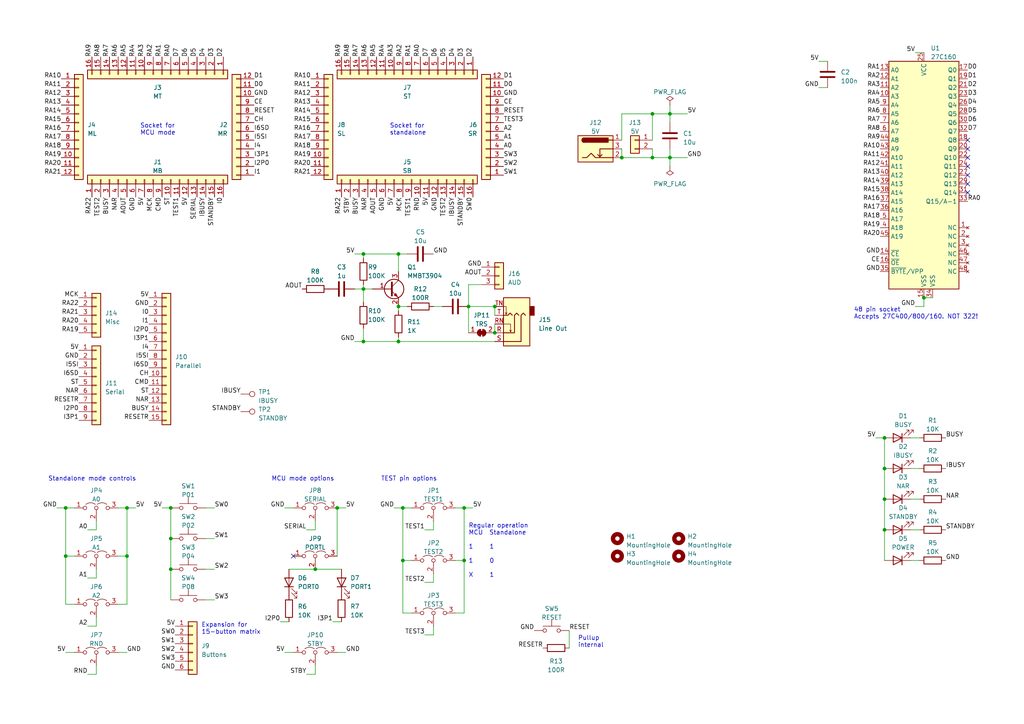
<source format=kicad_sch>
(kicad_sch (version 20230121) (generator eeschema)
  (paper "A4")
  (lib_symbols
    (symbol "Connector:Barrel_Jack_Switch" (pin_names hide)
      (property "Reference" "J" (at 0 5.334 0))
      (property "Value" "Barrel_Jack_Switch" (at 0 -5.08 0))
      (symbol "Barrel_Jack_Switch_1_1"
        (pin passive line (at 7.62 2.54 180) (length 2.54) (name "~") (number "1"))
        (pin passive line (at 7.62 -2.54 180) (length 2.54) (name "~") (number "2"))
        (pin passive line (at 7.62 0 180) (length 2.54) (name "~") (number "3"))
      )
    )
    (symbol "Connector:TestPoint" (pin_numbers hide) (pin_names (offset 0.762) hide)
      (property "Reference" "TP" (at 0 6.858 0))
      (property "Value" "TestPoint" (at 0 5.08 0))
      (symbol "TestPoint_1_1"
        (pin passive line (at 0 0 90) (length 2.54) (name "1") (number "1"))
      )
    )
    (symbol "Connector_Audio:AudioJack3_SwitchTR"
      (property "Reference" "J" (at 0 8.89 0))
      (property "Value" "AudioJack3_SwitchTR" (at 0 6.35 0))
      (symbol "AudioJack3_SwitchTR_1_1"
        (pin passive line (at 5.08 0 180) (length 2.54) (name "~") (number "R"))
        (pin passive line (at 5.08 -2.54 180) (length 2.54) (name "~") (number "RN"))
        (pin passive line (at 5.08 2.54 180) (length 2.54) (name "~") (number "S"))
        (pin passive line (at 5.08 -5.08 180) (length 2.54) (name "~") (number "T"))
        (pin passive line (at 5.08 -7.62 180) (length 2.54) (name "~") (number "TN"))
      )
    )
    (symbol "Connector_Generic:Conn_01x02" (pin_names (offset 1.016) hide)
      (property "Reference" "J" (at 0 2.54 0))
      (property "Value" "Conn_01x02" (at 0 -5.08 0))
      (symbol "Conn_01x02_1_1"
        (pin passive line (at -5.08 0 0) (length 3.81) (name "Pin_1") (number "1"))
        (pin passive line (at -5.08 -2.54 0) (length 3.81) (name "Pin_2") (number "2"))
      )
    )
    (symbol "Connector_Generic:Conn_01x03" (pin_names (offset 1.016) hide)
      (property "Reference" "J" (at 0 5.08 0))
      (property "Value" "Conn_01x03" (at 0 -5.08 0))
      (symbol "Conn_01x03_1_1"
        (pin passive line (at -5.08 2.54 0) (length 3.81) (name "Pin_1") (number "1"))
        (pin passive line (at -5.08 0 0) (length 3.81) (name "Pin_2") (number "2"))
        (pin passive line (at -5.08 -2.54 0) (length 3.81) (name "Pin_3") (number "3"))
      )
    )
    (symbol "Connector_Generic:Conn_01x05" (pin_names (offset 1.016) hide)
      (property "Reference" "J" (at 0 7.62 0))
      (property "Value" "Conn_01x05" (at 0 -7.62 0))
      (symbol "Conn_01x05_1_1"
        (pin passive line (at -5.08 5.08 0) (length 3.81) (name "Pin_1") (number "1"))
        (pin passive line (at -5.08 2.54 0) (length 3.81) (name "Pin_2") (number "2"))
        (pin passive line (at -5.08 0 0) (length 3.81) (name "Pin_3") (number "3"))
        (pin passive line (at -5.08 -2.54 0) (length 3.81) (name "Pin_4") (number "4"))
        (pin passive line (at -5.08 -5.08 0) (length 3.81) (name "Pin_5") (number "5"))
      )
    )
    (symbol "Connector_Generic:Conn_01x06" (pin_names (offset 1.016) hide)
      (property "Reference" "J" (at 0 7.62 0))
      (property "Value" "Conn_01x06" (at 0 -10.16 0))
      (symbol "Conn_01x06_1_1"
        (pin passive line (at -5.08 5.08 0) (length 3.81) (name "Pin_1") (number "1"))
        (pin passive line (at -5.08 2.54 0) (length 3.81) (name "Pin_2") (number "2"))
        (pin passive line (at -5.08 0 0) (length 3.81) (name "Pin_3") (number "3"))
        (pin passive line (at -5.08 -2.54 0) (length 3.81) (name "Pin_4") (number "4"))
        (pin passive line (at -5.08 -5.08 0) (length 3.81) (name "Pin_5") (number "5"))
        (pin passive line (at -5.08 -7.62 0) (length 3.81) (name "Pin_6") (number "6"))
      )
    )
    (symbol "Connector_Generic:Conn_01x09" (pin_names (offset 1.016) hide)
      (property "Reference" "J" (at 0 12.7 0))
      (property "Value" "Conn_01x09" (at 0 -12.7 0))
      (symbol "Conn_01x09_1_1"
        (pin passive line (at -5.08 10.16 0) (length 3.81) (name "Pin_1") (number "1"))
        (pin passive line (at -5.08 7.62 0) (length 3.81) (name "Pin_2") (number "2"))
        (pin passive line (at -5.08 5.08 0) (length 3.81) (name "Pin_3") (number "3"))
        (pin passive line (at -5.08 2.54 0) (length 3.81) (name "Pin_4") (number "4"))
        (pin passive line (at -5.08 0 0) (length 3.81) (name "Pin_5") (number "5"))
        (pin passive line (at -5.08 -2.54 0) (length 3.81) (name "Pin_6") (number "6"))
        (pin passive line (at -5.08 -5.08 0) (length 3.81) (name "Pin_7") (number "7"))
        (pin passive line (at -5.08 -7.62 0) (length 3.81) (name "Pin_8") (number "8"))
        (pin passive line (at -5.08 -10.16 0) (length 3.81) (name "Pin_9") (number "9"))
      )
    )
    (symbol "Connector_Generic:Conn_01x12" (pin_names (offset 1.016) hide)
      (property "Reference" "J" (at 0 15.24 0))
      (property "Value" "Conn_01x12" (at 0 -17.78 0))
      (symbol "Conn_01x12_1_1"
        (pin passive line (at -5.08 12.7 0) (length 3.81) (name "Pin_1") (number "1"))
        (pin passive line (at -5.08 -10.16 0) (length 3.81) (name "Pin_10") (number "10"))
        (pin passive line (at -5.08 -12.7 0) (length 3.81) (name "Pin_11") (number "11"))
        (pin passive line (at -5.08 -15.24 0) (length 3.81) (name "Pin_12") (number "12"))
        (pin passive line (at -5.08 10.16 0) (length 3.81) (name "Pin_2") (number "2"))
        (pin passive line (at -5.08 7.62 0) (length 3.81) (name "Pin_3") (number "3"))
        (pin passive line (at -5.08 5.08 0) (length 3.81) (name "Pin_4") (number "4"))
        (pin passive line (at -5.08 2.54 0) (length 3.81) (name "Pin_5") (number "5"))
        (pin passive line (at -5.08 0 0) (length 3.81) (name "Pin_6") (number "6"))
        (pin passive line (at -5.08 -2.54 0) (length 3.81) (name "Pin_7") (number "7"))
        (pin passive line (at -5.08 -5.08 0) (length 3.81) (name "Pin_8") (number "8"))
        (pin passive line (at -5.08 -7.62 0) (length 3.81) (name "Pin_9") (number "9"))
      )
    )
    (symbol "Connector_Generic:Conn_01x15" (pin_names (offset 1.016) hide)
      (property "Reference" "J" (at 0 20.32 0))
      (property "Value" "Conn_01x15" (at 0 -20.32 0))
      (symbol "Conn_01x15_1_1"
        (pin passive line (at -5.08 17.78 0) (length 3.81) (name "Pin_1") (number "1"))
        (pin passive line (at -5.08 -5.08 0) (length 3.81) (name "Pin_10") (number "10"))
        (pin passive line (at -5.08 -7.62 0) (length 3.81) (name "Pin_11") (number "11"))
        (pin passive line (at -5.08 -10.16 0) (length 3.81) (name "Pin_12") (number "12"))
        (pin passive line (at -5.08 -12.7 0) (length 3.81) (name "Pin_13") (number "13"))
        (pin passive line (at -5.08 -15.24 0) (length 3.81) (name "Pin_14") (number "14"))
        (pin passive line (at -5.08 -17.78 0) (length 3.81) (name "Pin_15") (number "15"))
        (pin passive line (at -5.08 15.24 0) (length 3.81) (name "Pin_2") (number "2"))
        (pin passive line (at -5.08 12.7 0) (length 3.81) (name "Pin_3") (number "3"))
        (pin passive line (at -5.08 10.16 0) (length 3.81) (name "Pin_4") (number "4"))
        (pin passive line (at -5.08 7.62 0) (length 3.81) (name "Pin_5") (number "5"))
        (pin passive line (at -5.08 5.08 0) (length 3.81) (name "Pin_6") (number "6"))
        (pin passive line (at -5.08 2.54 0) (length 3.81) (name "Pin_7") (number "7"))
        (pin passive line (at -5.08 0 0) (length 3.81) (name "Pin_8") (number "8"))
        (pin passive line (at -5.08 -2.54 0) (length 3.81) (name "Pin_9") (number "9"))
      )
    )
    (symbol "Connector_Generic:Conn_01x16" (pin_names (offset 1.016) hide)
      (property "Reference" "J" (at 0 20.32 0))
      (property "Value" "Conn_01x16" (at 0 -22.86 0))
      (symbol "Conn_01x16_1_1"
        (pin passive line (at -5.08 17.78 0) (length 3.81) (name "Pin_1") (number "1"))
        (pin passive line (at -5.08 -5.08 0) (length 3.81) (name "Pin_10") (number "10"))
        (pin passive line (at -5.08 -7.62 0) (length 3.81) (name "Pin_11") (number "11"))
        (pin passive line (at -5.08 -10.16 0) (length 3.81) (name "Pin_12") (number "12"))
        (pin passive line (at -5.08 -12.7 0) (length 3.81) (name "Pin_13") (number "13"))
        (pin passive line (at -5.08 -15.24 0) (length 3.81) (name "Pin_14") (number "14"))
        (pin passive line (at -5.08 -17.78 0) (length 3.81) (name "Pin_15") (number "15"))
        (pin passive line (at -5.08 -20.32 0) (length 3.81) (name "Pin_16") (number "16"))
        (pin passive line (at -5.08 15.24 0) (length 3.81) (name "Pin_2") (number "2"))
        (pin passive line (at -5.08 12.7 0) (length 3.81) (name "Pin_3") (number "3"))
        (pin passive line (at -5.08 10.16 0) (length 3.81) (name "Pin_4") (number "4"))
        (pin passive line (at -5.08 7.62 0) (length 3.81) (name "Pin_5") (number "5"))
        (pin passive line (at -5.08 5.08 0) (length 3.81) (name "Pin_6") (number "6"))
        (pin passive line (at -5.08 2.54 0) (length 3.81) (name "Pin_7") (number "7"))
        (pin passive line (at -5.08 0 0) (length 3.81) (name "Pin_8") (number "8"))
        (pin passive line (at -5.08 -2.54 0) (length 3.81) (name "Pin_9") (number "9"))
      )
    )
    (symbol "Device:C" (pin_numbers hide) (pin_names (offset 0.254))
      (property "Reference" "C" (at 0.635 2.54 0))
      (property "Value" "C" (at 0.635 -2.54 0))
      (symbol "C_1_1"
        (pin passive line (at 0 3.81 270) (length 2.794) (name "~") (number "1"))
        (pin passive line (at 0 -3.81 90) (length 2.794) (name "~") (number "2"))
      )
    )
    (symbol "Device:LED" (pin_numbers hide) (pin_names (offset 1.016) hide)
      (property "Reference" "D" (at 0 2.54 0))
      (property "Value" "LED" (at 0 -2.54 0))
      (symbol "LED_1_1"
        (pin passive line (at -3.81 0 0) (length 2.54) (name "K") (number "1"))
        (pin passive line (at 3.81 0 180) (length 2.54) (name "A") (number "2"))
      )
    )
    (symbol "Device:R" (pin_numbers hide) (pin_names (offset 0))
      (property "Reference" "R" (at 2.032 0 90))
      (property "Value" "R" (at 0 0 90))
      (symbol "R_1_1"
        (pin passive line (at 0 3.81 270) (length 1.27) (name "~") (number "1"))
        (pin passive line (at 0 -3.81 90) (length 1.27) (name "~") (number "2"))
      )
    )
    (symbol "Jumper:Jumper_3_Open" (pin_names (offset 0) hide)
      (property "Reference" "JP" (at -2.54 -2.54 0))
      (property "Value" "Jumper_3_Open" (at 0 2.794 0))
      (symbol "Jumper_3_Open_1_1"
        (pin passive line (at -6.35 0 0) (length 2.54) (name "A") (number "1"))
        (pin passive line (at 0 -3.81 90) (length 2.54) (name "C") (number "2"))
        (pin passive line (at 6.35 0 180) (length 2.54) (name "B") (number "3"))
      )
    )
    (symbol "Jumper:SolderJumper_2_Bridged" (pin_names (offset 0) hide)
      (property "Reference" "JP" (at 0 2.032 0))
      (property "Value" "SolderJumper_2_Bridged" (at 0 -2.54 0))
      (symbol "SolderJumper_2_Bridged_1_1"
        (pin passive line (at -3.81 0 0) (length 2.54) (name "A") (number "1"))
        (pin passive line (at 3.81 0 180) (length 2.54) (name "B") (number "2"))
      )
    )
    (symbol "M6650_parts:27C160-Socket48"
      (property "Reference" "U" (at -10.16 34.29 0))
      (property "Value" "27C160-Socket48" (at 10.16 34.29 0))
      (symbol "27C160-Socket48_1_1"
        (pin no_connect line (at 12.7 -15.24 180) (length 2.54) (name "NC") (number "1"))
        (pin input line (at -12.7 22.86 0) (length 2.54) (name "A3") (number "10"))
        (pin input line (at -12.7 25.4 0) (length 2.54) (name "A2") (number "11"))
        (pin input line (at -12.7 27.94 0) (length 2.54) (name "A1") (number "12"))
        (pin input line (at -12.7 30.48 0) (length 2.54) (name "A0") (number "13"))
        (pin input line (at -12.7 -22.86 0) (length 2.54) (name "~{CE}") (number "14"))
        (pin power_in line (at 0 -35.56 90) (length 2.54) (name "VSS") (number "15"))
        (pin input line (at -12.7 -25.4 0) (length 2.54) (name "~{OE}") (number "16"))
        (pin tri_state line (at 12.7 30.48 180) (length 2.54) (name "Q0") (number "17"))
        (pin tri_state line (at 12.7 10.16 180) (length 2.54) (name "Q8") (number "18"))
        (pin tri_state line (at 12.7 27.94 180) (length 2.54) (name "Q1") (number "19"))
        (pin no_connect line (at 12.7 -17.78 180) (length 2.54) (name "NC") (number "2"))
        (pin tri_state line (at 12.7 7.62 180) (length 2.54) (name "Q9") (number "20"))
        (pin tri_state line (at 12.7 25.4 180) (length 2.54) (name "Q2") (number "21"))
        (pin tri_state line (at 12.7 5.08 180) (length 2.54) (name "Q10") (number "22"))
        (pin tri_state line (at 12.7 22.86 180) (length 2.54) (name "Q3") (number "23"))
        (pin tri_state line (at 12.7 2.54 180) (length 2.54) (name "Q11") (number "24"))
        (pin power_in line (at 0 35.56 270) (length 2.54) (name "VCC") (number "25"))
        (pin tri_state line (at 12.7 20.32 180) (length 2.54) (name "Q4") (number "26"))
        (pin tri_state line (at 12.7 0 180) (length 2.54) (name "Q12") (number "27"))
        (pin tri_state line (at 12.7 17.78 180) (length 2.54) (name "Q5") (number "28"))
        (pin tri_state line (at 12.7 -2.54 180) (length 2.54) (name "Q13") (number "29"))
        (pin no_connect line (at 12.7 -20.32 180) (length 2.54) (name "NC") (number "3"))
        (pin tri_state line (at 12.7 15.24 180) (length 2.54) (name "Q6") (number "30"))
        (pin tri_state line (at 12.7 -5.08 180) (length 2.54) (name "Q14") (number "31"))
        (pin tri_state line (at 12.7 12.7 180) (length 2.54) (name "Q7") (number "32"))
        (pin tri_state line (at 12.7 -7.62 180) (length 2.54) (name "Q15/A-1") (number "33"))
        (pin power_in line (at 2.54 -35.56 90) (length 2.54) (name "VSS") (number "34"))
        (pin input line (at -12.7 -27.94 0) (length 2.54) (name "~{BYTE}/VPP") (number "35"))
        (pin input line (at -12.7 -10.16 0) (length 2.54) (name "A16") (number "36"))
        (pin input line (at -12.7 -7.62 0) (length 2.54) (name "A15") (number "37"))
        (pin input line (at -12.7 -5.08 0) (length 2.54) (name "A14") (number "38"))
        (pin input line (at -12.7 -2.54 0) (length 2.54) (name "A13") (number "39"))
        (pin input line (at -12.7 -15.24 0) (length 2.54) (name "A18") (number "4"))
        (pin input line (at -12.7 0 0) (length 2.54) (name "A12") (number "40"))
        (pin input line (at -12.7 2.54 0) (length 2.54) (name "A11") (number "41"))
        (pin input line (at -12.7 5.08 0) (length 2.54) (name "A10") (number "42"))
        (pin input line (at -12.7 7.62 0) (length 2.54) (name "A9") (number "43"))
        (pin input line (at -12.7 10.16 0) (length 2.54) (name "A8") (number "44"))
        (pin input line (at -12.7 -17.78 0) (length 2.54) (name "A19") (number "45"))
        (pin no_connect line (at 12.7 -22.86 180) (length 2.54) (name "NC") (number "46"))
        (pin no_connect line (at 12.7 -25.4 180) (length 2.54) (name "NC") (number "47"))
        (pin no_connect line (at 12.7 -27.94 180) (length 2.54) (name "NC") (number "48"))
        (pin input line (at -12.7 -12.7 0) (length 2.54) (name "A17") (number "5"))
        (pin input line (at -12.7 12.7 0) (length 2.54) (name "A7") (number "6"))
        (pin input line (at -12.7 15.24 0) (length 2.54) (name "A6") (number "7"))
        (pin input line (at -12.7 17.78 0) (length 2.54) (name "A5") (number "8"))
        (pin input line (at -12.7 20.32 0) (length 2.54) (name "A4") (number "9"))
      )
    )
    (symbol "Mechanical:MountingHole" (pin_names (offset 1.016))
      (property "Reference" "H" (at 0 5.08 0))
      (property "Value" "MountingHole" (at 0 3.175 0))
    )
    (symbol "Switch:SW_Push" (pin_numbers hide) (pin_names (offset 1.016) hide)
      (property "Reference" "SW" (at 1.27 2.54 0))
      (property "Value" "SW_Push" (at 0 -1.524 0))
      (symbol "SW_Push_0_1"
        (pin passive line (at -5.08 0 0) (length 2.54) (name "1") (number "1"))
        (pin passive line (at 5.08 0 180) (length 2.54) (name "2") (number "2"))
      )
    )
    (symbol "Transistor_BJT:MMBT3904" (pin_names (offset 0) hide)
      (property "Reference" "Q" (at 5.08 1.905 0))
      (property "Value" "MMBT3904" (at 5.08 0 0))
      (symbol "MMBT3904_1_1"
        (pin input line (at -5.08 0 0) (length 5.715) (name "B") (number "1"))
        (pin passive line (at 2.54 -5.08 90) (length 2.54) (name "E") (number "2"))
        (pin passive line (at 2.54 5.08 270) (length 2.54) (name "C") (number "3"))
      )
    )
    (symbol "power:PWR_FLAG" (power) (pin_numbers hide) (pin_names (offset 0) hide)
      (property "Value" "PWR_FLAG" (at 0 3.81 0))
      (symbol "PWR_FLAG_0_0"
        (pin power_out line (at 0 0 90) (length 0) (name "pwr") (number "1"))
      )
    )
  )
  (junction (at 116.84 162.56))
  (junction (at 134.62 147.32))
  (junction (at 194.31 33.02))
  (junction (at 105.41 83.82))
  (junction (at 97.79 147.32))
  (junction (at 180.34 45.72))
  (junction (at 49.53 147.32))
  (junction (at 115.57 99.06))
  (junction (at 49.53 156.21))
  (junction (at 36.83 147.32))
  (junction (at 256.54 127))
  (junction (at 19.05 147.32))
  (junction (at 143.51 96.52))
  (junction (at 105.41 73.66))
  (junction (at 105.41 99.06))
  (junction (at 256.54 153.67))
  (junction (at 49.53 165.1))
  (junction (at 116.84 147.32))
  (junction (at 256.54 144.78))
  (junction (at 91.44 165.1))
  (junction (at 36.83 161.29))
  (junction (at 267.97 86.36))
  (junction (at 115.57 73.66))
  (junction (at 115.57 88.9))
  (junction (at 194.31 45.72))
  (junction (at 135.89 88.9))
  (junction (at 143.51 88.9))
  (junction (at 189.23 45.72))
  (junction (at 189.23 33.02))
  (junction (at 256.54 135.89))
  (junction (at 134.62 162.56))
  (junction (at 19.05 161.29))
  (no_connect (at 280.67 55.88))
  (no_connect (at 85.09 161.29))
  (no_connect (at 280.67 53.34))
  (no_connect (at 280.67 50.8))
  (no_connect (at 280.67 48.26))
  (no_connect (at 280.67 45.72))
  (no_connect (at 280.67 43.18))
  (no_connect (at 280.67 40.64))
  (wire (pts (xy 256.54 144.78) (xy 256.54 153.67)))
  (wire (pts (xy 125.73 168.91) (xy 125.73 166.37)))
  (wire (pts (xy 105.41 99.06) (xy 115.57 99.06)))
  (wire (pts (xy 125.73 184.15) (xy 125.73 181.61)))
  (wire (pts (xy 97.79 189.23) (xy 100.33 189.23)))
  (wire (pts (xy 19.05 147.32) (xy 19.05 161.29)))
  (wire (pts (xy 264.16 162.56) (xy 266.7 162.56)))
  (wire (pts (xy 134.62 162.56) (xy 134.62 177.8)))
  (wire (pts (xy 83.82 165.1) (xy 91.44 165.1)))
  (wire (pts (xy 100.33 147.32) (xy 97.79 147.32)))
  (wire (pts (xy 36.83 161.29) (xy 34.29 161.29)))
  (wire (pts (xy 256.54 135.89) (xy 256.54 144.78)))
  (wire (pts (xy 19.05 147.32) (xy 21.59 147.32)))
  (wire (pts (xy 49.53 156.21) (xy 49.53 165.1)))
  (wire (pts (xy 189.23 45.72) (xy 194.31 45.72)))
  (wire (pts (xy 116.84 162.56) (xy 116.84 177.8)))
  (wire (pts (xy 180.34 43.18) (xy 180.34 45.72)))
  (wire (pts (xy 34.29 147.32) (xy 36.83 147.32)))
  (wire (pts (xy 264.16 127) (xy 266.7 127)))
  (wire (pts (xy 114.3 147.32) (xy 116.84 147.32)))
  (wire (pts (xy 134.62 147.32) (xy 134.62 162.56)))
  (wire (pts (xy 27.94 153.67) (xy 27.94 151.13)))
  (wire (pts (xy 25.4 181.61) (xy 27.94 181.61)))
  (wire (pts (xy 36.83 147.32) (xy 36.83 161.29)))
  (wire (pts (xy 143.51 88.9) (xy 135.89 88.9)))
  (wire (pts (xy 25.4 167.64) (xy 27.94 167.64)))
  (wire (pts (xy 36.83 175.26) (xy 34.29 175.26)))
  (wire (pts (xy 91.44 165.1) (xy 99.06 165.1)))
  (wire (pts (xy 116.84 147.32) (xy 116.84 162.56)))
  (wire (pts (xy 116.84 147.32) (xy 119.38 147.32)))
  (wire (pts (xy 97.79 147.32) (xy 97.79 161.29)))
  (wire (pts (xy 91.44 153.67) (xy 91.44 151.13)))
  (wire (pts (xy 180.34 33.02) (xy 180.34 40.64)))
  (wire (pts (xy 81.28 180.34) (xy 83.82 180.34)))
  (wire (pts (xy 49.53 147.32) (xy 49.53 156.21)))
  (wire (pts (xy 254 127) (xy 256.54 127)))
  (wire (pts (xy 59.69 147.32) (xy 62.23 147.32)))
  (wire (pts (xy 19.05 161.29) (xy 21.59 161.29)))
  (wire (pts (xy 19.05 161.29) (xy 19.05 175.26)))
  (wire (pts (xy 134.62 147.32) (xy 137.16 147.32)))
  (wire (pts (xy 19.05 175.26) (xy 21.59 175.26)))
  (wire (pts (xy 264.16 153.67) (xy 266.7 153.67)))
  (wire (pts (xy 36.83 189.23) (xy 34.29 189.23)))
  (wire (pts (xy 27.94 167.64) (xy 27.94 165.1)))
  (wire (pts (xy 194.31 45.72) (xy 199.39 45.72)))
  (wire (pts (xy 59.69 173.99) (xy 62.23 173.99)))
  (wire (pts (xy 143.51 96.52) (xy 143.51 93.98)))
  (wire (pts (xy 123.19 184.15) (xy 125.73 184.15)))
  (wire (pts (xy 115.57 97.79) (xy 115.57 99.06)))
  (wire (pts (xy 194.31 43.18) (xy 194.31 45.72)))
  (wire (pts (xy 265.43 15.24) (xy 267.97 15.24)))
  (wire (pts (xy 134.62 177.8) (xy 132.08 177.8)))
  (wire (pts (xy 25.4 195.58) (xy 27.94 195.58)))
  (wire (pts (xy 59.69 156.21) (xy 62.23 156.21)))
  (wire (pts (xy 102.87 99.06) (xy 105.41 99.06)))
  (wire (pts (xy 115.57 99.06) (xy 143.51 99.06)))
  (wire (pts (xy 46.99 147.32) (xy 49.53 147.32)))
  (wire (pts (xy 19.05 189.23) (xy 21.59 189.23)))
  (wire (pts (xy 36.83 147.32) (xy 39.37 147.32)))
  (wire (pts (xy 105.41 83.82) (xy 105.41 87.63)))
  (wire (pts (xy 135.89 88.9) (xy 135.89 96.52)))
  (wire (pts (xy 59.69 165.1) (xy 62.23 165.1)))
  (wire (pts (xy 256.54 153.67) (xy 256.54 162.56)))
  (wire (pts (xy 27.94 195.58) (xy 27.94 193.04)))
  (wire (pts (xy 194.31 45.72) (xy 194.31 48.26)))
  (wire (pts (xy 194.31 30.48) (xy 194.31 33.02)))
  (wire (pts (xy 107.95 83.82) (xy 105.41 83.82)))
  (wire (pts (xy 105.41 74.93) (xy 105.41 73.66)))
  (wire (pts (xy 105.41 83.82) (xy 102.87 83.82)))
  (wire (pts (xy 125.73 153.67) (xy 125.73 151.13)))
  (wire (pts (xy 25.4 153.67) (xy 27.94 153.67)))
  (wire (pts (xy 240.03 17.78) (xy 237.49 17.78)))
  (wire (pts (xy 36.83 161.29) (xy 36.83 175.26)))
  (wire (pts (xy 256.54 127) (xy 256.54 135.89)))
  (wire (pts (xy 105.41 95.25) (xy 105.41 99.06)))
  (wire (pts (xy 88.9 153.67) (xy 91.44 153.67)))
  (wire (pts (xy 16.51 147.32) (xy 19.05 147.32)))
  (wire (pts (xy 264.16 135.89) (xy 266.7 135.89)))
  (wire (pts (xy 82.55 147.32) (xy 85.09 147.32)))
  (wire (pts (xy 189.23 43.18) (xy 189.23 45.72)))
  (wire (pts (xy 88.9 195.58) (xy 91.44 195.58)))
  (wire (pts (xy 123.19 153.67) (xy 125.73 153.67)))
  (wire (pts (xy 189.23 33.02) (xy 189.23 40.64)))
  (wire (pts (xy 115.57 88.9) (xy 115.57 90.17)))
  (wire (pts (xy 267.97 88.9) (xy 267.97 86.36)))
  (wire (pts (xy 189.23 33.02) (xy 194.31 33.02)))
  (wire (pts (xy 139.7 82.55) (xy 135.89 82.55)))
  (wire (pts (xy 128.27 88.9) (xy 125.73 88.9)))
  (wire (pts (xy 194.31 33.02) (xy 199.39 33.02)))
  (wire (pts (xy 115.57 73.66) (xy 118.11 73.66)))
  (wire (pts (xy 143.51 88.9) (xy 143.51 91.44)))
  (wire (pts (xy 123.19 168.91) (xy 125.73 168.91)))
  (wire (pts (xy 194.31 33.02) (xy 194.31 35.56)))
  (wire (pts (xy 27.94 181.61) (xy 27.94 179.07)))
  (wire (pts (xy 118.11 88.9) (xy 115.57 88.9)))
  (wire (pts (xy 116.84 162.56) (xy 119.38 162.56)))
  (wire (pts (xy 165.1 182.88) (xy 165.1 187.96)))
  (wire (pts (xy 116.84 177.8) (xy 119.38 177.8)))
  (wire (pts (xy 82.55 189.23) (xy 85.09 189.23)))
  (wire (pts (xy 96.52 180.34) (xy 99.06 180.34)))
  (wire (pts (xy 115.57 73.66) (xy 115.57 78.74)))
  (wire (pts (xy 134.62 162.56) (xy 132.08 162.56)))
  (wire (pts (xy 240.03 25.4) (xy 237.49 25.4)))
  (wire (pts (xy 102.87 73.66) (xy 105.41 73.66)))
  (wire (pts (xy 135.89 82.55) (xy 135.89 88.9)))
  (wire (pts (xy 105.41 73.66) (xy 115.57 73.66)))
  (wire (pts (xy 265.43 88.9) (xy 267.97 88.9)))
  (wire (pts (xy 105.41 82.55) (xy 105.41 83.82)))
  (wire (pts (xy 180.34 33.02) (xy 189.23 33.02)))
  (wire (pts (xy 49.53 165.1) (xy 49.53 173.99)))
  (wire (pts (xy 132.08 147.32) (xy 134.62 147.32)))
  (wire (pts (xy 264.16 144.78) (xy 266.7 144.78)))
  (wire (pts (xy 91.44 195.58) (xy 91.44 193.04)))
  (wire (pts (xy 189.23 45.72) (xy 180.34 45.72)))
  (wire (pts (xy 267.97 86.36) (xy 270.51 86.36)))
  (text "TEST pin options" (at 110.49 139.7 0) (effects (font (size 1.27 1.27)) (justify left bottom)))
  (text "Pullup\ninternal" (at 167.64 187.96 0) (effects (font (size 1.27 1.27)) (justify left bottom)))
  (text "MCU mode options" (at 78.74 139.7 0) (effects (font (size 1.27 1.27)) (justify left bottom)))
  (text "Expansion for\n15-button matrix" (at 58.42 184.15 0) (effects (font (size 1.27 1.27)) (justify left bottom)))
  (text "Standalone mode controls" (at 13.97 139.7 0) (effects (font (size 1.27 1.27)) (justify left bottom)))
  (text "Socket for\nMCU mode" (at 40.64 39.37 0) (effects (font (size 1.27 1.27)) (justify left bottom)))
  (text "48 pin socket\nAccepts 27C400/800/160. NOT 322!" (at 247.65 92.71 0) (effects (font (size 1.27 1.27)) (justify left bottom)))
  (text "Socket for\nstandalone" (at 113.03 39.37 0) (effects (font (size 1.27 1.27)) (justify left bottom)))
  (text "Regular operation\nMCU  Standalone\n\n1     1\n\n1     0\n\nX     1" (at 135.89 167.64 0) (effects (font (size 1.27 1.27)) (justify left bottom)))
  (label "RESET" (at 73.66 33.02 0))
  (label "D6" (at 127 16.51 90))
  (label "I3P1" (at 96.52 180.34 180))
  (label "RA12" (at 90.17 27.94 180))
  (label "BUSY" (at 43.18 119.38 180))
  (label "5V" (at 46.99 147.32 180))
  (label "I3P1" (at 73.66 45.72 0))
  (label "RA15" (at 17.78 35.56 180))
  (label "GND" (at 127 57.15 270))
  (label "D5" (at 57.15 16.51 90))
  (label "RA21" (at 90.17 50.8 180))
  (label "SW3" (at 50.8 191.77 180))
  (label "D1" (at 280.67 22.86 0))
  (label "I6SD" (at 43.18 106.68 180))
  (label "TEST3" (at 146.05 35.56 0))
  (label "RA0" (at 49.53 16.51 90))
  (label "IBUSY" (at 274.32 135.89 0))
  (label "I3P1" (at 22.86 121.92 180))
  (label "RA7" (at 104.14 16.51 90))
  (label "D0" (at 73.66 25.4 0))
  (label "CE" (at 146.05 30.48 0))
  (label "CH" (at 73.66 35.56 0))
  (label "RA5" (at 36.83 16.51 90))
  (label "GND" (at 255.27 78.74 180))
  (label "RA22" (at 99.06 57.15 270))
  (label "ST" (at 43.18 114.3 180))
  (label "D1" (at 146.05 22.86 0))
  (label "A2" (at 25.4 181.61 180))
  (label "GND" (at 237.49 25.4 180))
  (label "5V" (at 43.18 86.36 180))
  (label "ST" (at 49.53 57.15 270))
  (label "D4" (at 59.69 16.51 90))
  (label "I4" (at 73.66 43.18 0))
  (label "5V" (at 237.49 17.78 180))
  (label "SW3" (at 62.23 173.99 0))
  (label "GND" (at 154.94 182.88 180))
  (label "GND" (at 111.76 57.15 270))
  (label "TEST2" (at 123.19 168.91 180))
  (label "5V" (at 265.43 15.24 180))
  (label "IBUSY" (at 132.08 57.15 270))
  (label "D0" (at 146.05 25.4 0))
  (label "GND" (at 39.37 57.15 270))
  (label "NAR" (at 106.68 57.15 270))
  (label "GND" (at 36.83 189.23 0))
  (label "RA9" (at 99.06 16.51 90))
  (label "I2P0" (at 73.66 48.26 0))
  (label "RA18" (at 17.78 43.18 180))
  (label "RA17" (at 90.17 40.64 180))
  (label "RA12" (at 255.27 48.26 180))
  (label "RA17" (at 17.78 40.64 180))
  (label "5V" (at 50.8 181.61 180))
  (label "RA4" (at 111.76 16.51 90))
  (label "D0" (at 280.67 20.32 0))
  (label "RA7" (at 31.75 16.51 90))
  (label "RA2" (at 44.45 16.51 90))
  (label "D3" (at 62.23 16.51 90))
  (label "TEST2" (at 129.54 57.15 270))
  (label "I6SD" (at 73.66 38.1 0))
  (label "GND" (at 73.66 27.94 0))
  (label "RA20" (at 22.86 93.98 180))
  (label "RA2" (at 116.84 16.51 90))
  (label "5V" (at 100.33 147.32 0))
  (label "RA3" (at 255.27 25.4 180))
  (label "RESET" (at 146.05 33.02 0))
  (label "I2P0" (at 43.18 96.52 180))
  (label "D2" (at 280.67 25.4 0))
  (label "D3" (at 134.62 16.51 90))
  (label "RA3" (at 114.3 16.51 90))
  (label "RA15" (at 90.17 35.56 180))
  (label "STANDBY" (at 134.62 57.15 270))
  (label "5V" (at 41.91 57.15 270))
  (label "SW2" (at 62.23 165.1 0))
  (label "GND" (at 199.39 45.72 0))
  (label "D5" (at 129.54 16.51 90))
  (label "GND" (at 22.86 104.14 180))
  (label "5V" (at 254 127 180))
  (label "RA10" (at 255.27 43.18 180))
  (label "CE" (at 73.66 30.48 0))
  (label "STBY" (at 101.6 57.15 270))
  (label "GND" (at 16.51 147.32 180))
  (label "GND" (at 274.32 162.56 0))
  (label "I5SI" (at 73.66 40.64 0))
  (label "NAR" (at 43.18 116.84 180))
  (label "I1" (at 73.66 50.8 0))
  (label "MCK" (at 116.84 57.15 270))
  (label "A1" (at 146.05 40.64 0))
  (label "BUSY" (at 274.32 127 0))
  (label "TEST1" (at 52.07 57.15 270))
  (label "RA19" (at 17.78 45.72 180))
  (label "BUSY" (at 31.75 57.15 270))
  (label "RA12" (at 17.78 27.94 180))
  (label "I5SI" (at 22.86 106.68 180))
  (label "GND" (at 125.73 73.66 0))
  (label "5V" (at 199.39 33.02 0))
  (label "D2" (at 64.77 16.51 90))
  (label "IBUSY" (at 59.69 57.15 270))
  (label "RA16" (at 255.27 58.42 180))
  (label "RA21" (at 17.78 50.8 180))
  (label "RA18" (at 255.27 63.5 180))
  (label "SW1" (at 146.05 50.8 0))
  (label "RA0" (at 121.92 16.51 90))
  (label "RA10" (at 17.78 22.86 180))
  (label "RA10" (at 90.17 22.86 180))
  (label "TEST2" (at 29.21 57.15 270))
  (label "RA13" (at 255.27 50.8 180))
  (label "D7" (at 280.67 38.1 0))
  (label "RA1" (at 46.99 16.51 90))
  (label "RND" (at 121.92 57.15 270))
  (label "I4" (at 43.18 101.6 180))
  (label "D5" (at 280.67 33.02 0))
  (label "I6SD" (at 22.86 109.22 180))
  (label "RA1" (at 119.38 16.51 90))
  (label "ST" (at 22.86 111.76 180))
  (label "RA20" (at 90.17 48.26 180))
  (label "A2" (at 146.05 38.1 0))
  (label "5V" (at 54.61 57.15 270))
  (label "GND" (at 146.05 27.94 0))
  (label "GND" (at 114.3 147.32 180))
  (label "I0" (at 43.18 91.44 180))
  (label "RA18" (at 90.17 43.18 180))
  (label "5V" (at 124.46 57.15 270))
  (label "STANDBY" (at 62.23 57.15 270))
  (label "RA13" (at 17.78 30.48 180))
  (label "D7" (at 124.46 16.51 90))
  (label "D2" (at 137.16 16.51 90))
  (label "GND" (at 100.33 189.23 0))
  (label "GND" (at 50.8 194.31 180))
  (label "RA19" (at 90.17 45.72 180))
  (label "CMD" (at 43.18 111.76 180))
  (label "I3P1" (at 43.18 99.06 180))
  (label "RA6" (at 255.27 33.02 180))
  (label "RA17" (at 255.27 60.96 180))
  (label "RA6" (at 34.29 16.51 90))
  (label "RA20" (at 255.27 68.58 180))
  (label "I2P0" (at 22.86 119.38 180))
  (label "SERIAL" (at 88.9 153.67 180))
  (label "GND" (at 265.43 88.9 180))
  (label "RA9" (at 255.27 40.64 180))
  (label "I5SI" (at 43.18 104.14 180))
  (label "5V" (at 82.55 189.23 180))
  (label "GND" (at 43.18 88.9 180))
  (label "5V" (at 22.86 101.6 180))
  (label "SERIAL" (at 57.15 57.15 270))
  (label "D6" (at 54.61 16.51 90))
  (label "RA5" (at 109.22 16.51 90))
  (label "RA3" (at 41.91 16.51 90))
  (label "RA7" (at 255.27 35.56 180))
  (label "RESETR" (at 43.18 121.92 180))
  (label "RND" (at 25.4 195.58 180))
  (label "I0" (at 64.77 57.15 270))
  (label "RA13" (at 90.17 30.48 180))
  (label "AOUT" (at 36.83 57.15 270))
  (label "RA11" (at 90.17 25.4 180))
  (label "MCK" (at 44.45 57.15 270))
  (label "AOUT" (at 109.22 57.15 270))
  (label "RA5" (at 255.27 30.48 180))
  (label "RESETR" (at 22.86 116.84 180))
  (label "RA15" (at 255.27 55.88 180))
  (label "RA20" (at 17.78 48.26 180))
  (label "STANDBY" (at 69.85 119.38 180))
  (label "D4" (at 132.08 16.51 90))
  (label "TEST1" (at 119.38 57.15 270))
  (label "RESET" (at 165.1 182.88 0))
  (label "RESETR" (at 157.48 187.96 180))
  (label "RA4" (at 39.37 16.51 90))
  (label "SW2" (at 50.8 189.23 180))
  (label "RA14" (at 255.27 53.34 180))
  (label "SW0" (at 137.16 57.15 270))
  (label "CE" (at 255.27 76.2 180))
  (label "D4" (at 280.67 30.48 0))
  (label "CH" (at 43.18 109.22 180))
  (label "RA0" (at 280.67 58.42 0))
  (label "BUSY" (at 104.14 57.15 270))
  (label "GND" (at 82.55 147.32 180))
  (label "RA19" (at 255.27 66.04 180))
  (label "RA22" (at 22.86 88.9 180))
  (label "RA8" (at 101.6 16.51 90))
  (label "RA1" (at 255.27 20.32 180))
  (label "SW3" (at 146.05 45.72 0))
  (label "GND" (at 255.27 73.66 180))
  (label "SW2" (at 146.05 48.26 0))
  (label "D3" (at 280.67 27.94 0))
  (label "AOUT" (at 87.63 83.82 180))
  (label "RA2" (at 255.27 22.86 180))
  (label "AOUT" (at 139.7 80.01 180))
  (label "RA8" (at 29.21 16.51 90))
  (label "GND" (at 139.7 77.47 180))
  (label "RA4" (at 255.27 27.94 180))
  (label "RA8" (at 255.27 38.1 180))
  (label "RA11" (at 255.27 45.72 180))
  (label "RA6" (at 106.68 16.51 90))
  (label "SW1" (at 50.8 186.69 180))
  (label "RA14" (at 17.78 33.02 180))
  (label "CMD" (at 46.99 57.15 270))
  (label "D1" (at 73.66 22.86 0))
  (label "A0" (at 146.05 43.18 0))
  (label "SW0" (at 62.23 147.32 0))
  (label "NAR" (at 274.32 144.78 0))
  (label "5V" (at 19.05 189.23 180))
  (label "GND" (at 102.87 99.06 180))
  (label "TEST3" (at 123.19 184.15 180))
  (label "RA22" (at 26.67 57.15 270))
  (label "MCK" (at 22.86 86.36 180))
  (label "5V" (at 102.87 73.66 180))
  (label "RA11" (at 17.78 25.4 180))
  (label "D6" (at 280.67 35.56 0))
  (label "RA19" (at 22.86 96.52 180))
  (label "IBUSY" (at 69.85 114.3 180))
  (label "TEST1" (at 123.19 153.67 180))
  (label "A0" (at 25.4 153.67 180))
  (label "D7" (at 52.07 16.51 90))
  (label "RA9" (at 26.67 16.51 90))
  (label "SW0" (at 50.8 184.15 180))
  (label "NAR" (at 22.86 114.3 180))
  (label "STBY" (at 88.9 195.58 180))
  (label "I2P0" (at 81.28 180.34 180))
  (label "A1" (at 25.4 167.64 180))
  (label "5V" (at 114.3 57.15 270))
  (label "5V" (at 39.37 147.32 0))
  (label "NAR" (at 34.29 57.15 270))
  (label "RA16" (at 90.17 38.1 180))
  (label "RA14" (at 90.17 33.02 180))
  (label "RA16" (at 17.78 38.1 180))
  (label "STANDBY" (at 274.32 153.67 0))
  (label "I1" (at 43.18 93.98 180))
  (label "RA21" (at 22.86 91.44 180))
  (label "SW1" (at 62.23 156.21 0))
  (label "5V" (at 137.16 147.32 0))
  (symbol (lib_id "Connector_Generic:Conn_01x12") (at 140.97 38.1 180) (unit 1)
    (property "Reference" "J6" (at 138.43 36.195 0) (effects (justify left)))
    (property "Value" "SR" (at 138.43 38.735 0) (effects (justify left)))
    (property "Footprint" "Connector_PinHeader_2.54mm:PinHeader_2x06_P2.54mm_Vertical" (effects hide))
  )
  (symbol (lib_id "Device:LED") (at 83.82 168.91 90) (unit 1)
    (property "Reference" "D6" (at 86.36 167.64 90) (effects (justify right)))
    (property "Value" "PORT0" (at 86.36 170.18 90) (effects (justify right)))
    (property "Footprint" "LED_SMD:LED_0603_1608Metric_Pad1.05x0.95mm_HandSolder" (effects hide))
  )
  (symbol (lib_id "power:PWR_FLAG") (at 194.31 48.26 180) (unit 1)
    (property "Reference" "#FLG0102" (effects hide))
    (property "Value" "PWR_FLAG" (at 194.31 53.34 0))
  )
  (symbol (lib_id "Jumper:Jumper_3_Open") (at 91.44 147.32 0) (unit 1)
    (property "Reference" "JP8" (at 91.44 142.24 0))
    (property "Value" "SERIAL" (at 91.44 144.78 0))
    (property "Footprint" "Connector_PinHeader_2.54mm:PinHeader_1x03_P2.54mm_Vertical" (effects hide))
  )
  (symbol (lib_id "Connector_Generic:Conn_01x16") (at 116.84 52.07 90) (unit 1)
    (property "Reference" "J5" (at 118.11 46.99 90))
    (property "Value" "SB" (at 118.11 49.53 90))
    (property "Footprint" "Connector_PinHeader_2.54mm:PinHeader_2x08_P2.54mm_Vertical" (effects hide))
  )
  (symbol (lib_id "Connector:TestPoint") (at 69.85 119.38 270) (unit 1)
    (property "Reference" "TP2" (at 74.93 118.745 90) (effects (justify left)))
    (property "Value" "STANDBY" (at 74.93 121.285 90) (effects (justify left)))
    (property "Footprint" "TestPoint:TestPoint_Pad_D1.5mm" (effects hide))
  )
  (symbol (lib_id "Jumper:Jumper_3_Open") (at 27.94 161.29 0) (unit 1)
    (property "Reference" "JP5" (at 27.94 156.21 0))
    (property "Value" "A1" (at 27.94 158.75 0))
    (property "Footprint" "Connector_PinHeader_2.54mm:PinHeader_1x03_P2.54mm_Vertical" (effects hide))
  )
  (symbol (lib_id "Device:R") (at 91.44 83.82 90) (unit 1)
    (property "Reference" "R8" (at 91.44 78.74 90))
    (property "Value" "100K" (at 91.44 81.28 90))
    (property "Footprint" "Resistor_SMD:R_0603_1608Metric_Pad0.98x0.95mm_HandSolder" (effects hide))
  )
  (symbol (lib_id "Connector_Audio:AudioJack3_SwitchTR") (at 148.59 96.52 180) (unit 1)
    (property "Reference" "J15" (at 156.21 92.71 0) (effects (justify right)))
    (property "Value" "Line Out" (at 156.21 95.25 0) (effects (justify right)))
    (property "Footprint" "M6650_parts:Jack_3.5mm_PJ307_Horizontal" (effects hide))
  )
  (symbol (lib_id "Connector:TestPoint") (at 69.85 114.3 270) (unit 1)
    (property "Reference" "TP1" (at 74.93 113.665 90) (effects (justify left)))
    (property "Value" "IBUSY" (at 74.93 116.205 90) (effects (justify left)))
    (property "Footprint" "TestPoint:TestPoint_Pad_D1.5mm" (effects hide))
  )
  (symbol (lib_id "Device:LED") (at 260.35 153.67 180) (unit 1)
    (property "Reference" "D4" (at 261.9375 147.32 0))
    (property "Value" "STANDBY" (at 261.9375 149.86 0))
    (property "Footprint" "LED_SMD:LED_0603_1608Metric_Pad1.05x0.95mm_HandSolder" (effects hide))
  )
  (symbol (lib_id "Mechanical:MountingHole") (at 196.85 156.21 0) (unit 1)
    (property "Reference" "H2" (at 199.39 155.575 0) (effects (justify left)))
    (property "Value" "MountingHole" (at 199.39 158.115 0) (effects (justify left)))
    (property "Footprint" "MountingHole:MountingHole_3.2mm_M3" (effects hide))
  )
  (symbol (lib_id "Connector:Barrel_Jack_Switch") (at 172.72 43.18 0) (unit 1)
    (property "Reference" "J12" (at 172.72 35.56 0))
    (property "Value" "5V" (at 172.72 38.1 0))
    (property "Footprint" "Connector_BarrelJack:BarrelJack_Horizontal" (effects hide))
  )
  (symbol (lib_id "Device:R") (at 270.51 144.78 90) (unit 1)
    (property "Reference" "R3" (at 270.51 139.7 90))
    (property "Value" "10K" (at 270.51 142.24 90))
    (property "Footprint" "Resistor_SMD:R_0603_1608Metric_Pad0.98x0.95mm_HandSolder" (effects hide))
  )
  (symbol (lib_id "Device:R") (at 105.41 78.74 0) (unit 1)
    (property "Reference" "R9" (at 106.68 77.47 0) (effects (justify left)))
    (property "Value" "100K" (at 106.68 80.01 0) (effects (justify left)))
    (property "Footprint" "Resistor_SMD:R_0603_1608Metric_Pad0.98x0.95mm_HandSolder" (effects hide))
  )
  (symbol (lib_id "Jumper:Jumper_3_Open") (at 125.73 147.32 0) (unit 1)
    (property "Reference" "JP1" (at 125.73 142.24 0))
    (property "Value" "TEST1" (at 125.73 144.78 0))
    (property "Footprint" "Connector_PinHeader_2.54mm:PinHeader_1x03_P2.54mm_Vertical" (effects hide))
  )
  (symbol (lib_id "Connector_Generic:Conn_01x16") (at 46.99 21.59 270) (unit 1)
    (property "Reference" "J3" (at 45.72 25.4 90))
    (property "Value" "MT" (at 45.72 27.94 90))
    (property "Footprint" "Connector_PinHeader_2.54mm:PinHeader_2x08_P2.54mm_Vertical" (effects hide))
  )
  (symbol (lib_id "Jumper:Jumper_3_Open") (at 91.44 161.29 0) (unit 1)
    (property "Reference" "JP9" (at 91.44 156.21 0))
    (property "Value" "PORTL" (at 91.44 158.75 0))
    (property "Footprint" "Connector_PinHeader_2.54mm:PinHeader_1x03_P2.54mm_Vertical" (effects hide))
  )
  (symbol (lib_id "Jumper:SolderJumper_2_Bridged") (at 139.7 96.52 0) (unit 1)
    (property "Reference" "JP11" (at 139.7 91.44 0))
    (property "Value" "TRS" (at 139.7 93.98 0))
    (property "Footprint" "Jumper:SolderJumper-2_P1.3mm_Bridged_RoundedPad1.0x1.5mm" (effects hide))
  )
  (symbol (lib_id "Connector_Generic:Conn_01x03") (at 144.78 80.01 0) (unit 1)
    (property "Reference" "J16" (at 147.32 79.375 0) (effects (justify left)))
    (property "Value" "AUD" (at 147.32 81.915 0) (effects (justify left)))
    (property "Footprint" "Connector_PinSocket_2.54mm:PinSocket_1x03_P2.54mm_Vertical" (effects hide))
  )
  (symbol (lib_id "Transistor_BJT:MMBT3904") (at 113.03 83.82 0) (unit 1)
    (property "Reference" "Q1" (at 118.11 77.47 0) (effects (justify left)))
    (property "Value" "MMBT3904" (at 118.11 80.01 0) (effects (justify left)))
    (property "Footprint" "Package_TO_SOT_SMD:SOT-23" (effects hide))
    (property "Datasheet" "https://www.fairchildsemi.com/datasheets/2N/2N3904.pdf" (effects hide))
  )
  (symbol (lib_id "Device:LED") (at 260.35 135.89 180) (unit 1)
    (property "Reference" "D2" (at 261.9375 129.54 0))
    (property "Value" "IBUSY" (at 261.9375 132.08 0))
    (property "Footprint" "LED_SMD:LED_0603_1608Metric_Pad1.05x0.95mm_HandSolder" (effects hide))
  )
  (symbol (lib_id "Switch:SW_Push") (at 54.61 173.99 0) (unit 1)
    (property "Reference" "SW4" (at 54.61 167.64 0))
    (property "Value" "P08" (at 54.61 170.18 0))
    (property "Footprint" "Button_Switch_THT:SW_PUSH_6mm_H5mm" (effects hide))
  )
  (symbol (lib_id "Device:R") (at 115.57 93.98 0) (unit 1)
    (property "Reference" "R11" (at 118.11 93.345 0) (effects (justify left)))
    (property "Value" "1K" (at 118.11 95.885 0) (effects (justify left)))
    (property "Footprint" "Resistor_SMD:R_0603_1608Metric_Pad0.98x0.95mm_HandSolder" (effects hide))
  )
  (symbol (lib_id "Device:R") (at 105.41 91.44 0) (unit 1)
    (property "Reference" "R10" (at 106.68 90.17 0) (effects (justify left)))
    (property "Value" "100K" (at 106.68 92.71 0) (effects (justify left)))
    (property "Footprint" "Resistor_SMD:R_0603_1608Metric_Pad0.98x0.95mm_HandSolder" (effects hide))
  )
  (symbol (lib_id "Jumper:Jumper_3_Open") (at 27.94 175.26 0) (unit 1)
    (property "Reference" "JP6" (at 27.94 170.18 0))
    (property "Value" "A2" (at 27.94 172.72 0))
    (property "Footprint" "Connector_PinHeader_2.54mm:PinHeader_1x03_P2.54mm_Vertical" (effects hide))
  )
  (symbol (lib_id "M6650_parts:27C160-Socket48") (at 267.97 50.8 0) (unit 1)
    (property "Reference" "U1" (at 269.9259 13.97 0) (effects (justify left)))
    (property "Value" "27C160" (at 269.9259 16.51 0) (effects (justify left)))
    (property "Footprint" "M6650_parts:ZIF-Socket-48P" (effects hide))
  )
  (symbol (lib_id "Device:LED") (at 260.35 127 180) (unit 1)
    (property "Reference" "D1" (at 261.9375 120.65 0))
    (property "Value" "BUSY" (at 261.9375 123.19 0))
    (property "Footprint" "LED_SMD:LED_0603_1608Metric_Pad1.05x0.95mm_HandSolder" (effects hide))
  )
  (symbol (lib_id "Device:C") (at 240.03 21.59 0) (unit 1)
    (property "Reference" "C2" (at 243.84 20.955 0) (effects (justify left)))
    (property "Value" "100n" (at 243.84 23.495 0) (effects (justify left)))
    (property "Footprint" "Capacitor_SMD:C_0603_1608Metric_Pad1.08x0.95mm_HandSolder" (effects hide))
  )
  (symbol (lib_id "Connector_Generic:Conn_01x16") (at 44.45 52.07 90) (unit 1)
    (property "Reference" "J1" (at 45.72 46.99 90))
    (property "Value" "MB" (at 45.72 49.53 90))
    (property "Footprint" "Connector_PinHeader_2.54mm:PinHeader_2x08_P2.54mm_Vertical" (effects hide))
  )
  (symbol (lib_id "Device:R") (at 270.51 127 90) (unit 1)
    (property "Reference" "R1" (at 270.51 121.92 90))
    (property "Value" "10K" (at 270.51 124.46 90))
    (property "Footprint" "Resistor_SMD:R_0603_1608Metric_Pad0.98x0.95mm_HandSolder" (effects hide))
  )
  (symbol (lib_id "Connector_Generic:Conn_01x16") (at 119.38 21.59 270) (unit 1)
    (property "Reference" "J7" (at 118.11 25.4 90))
    (property "Value" "ST" (at 118.11 27.94 90))
    (property "Footprint" "Connector_PinHeader_2.54mm:PinHeader_2x08_P2.54mm_Vertical" (effects hide))
  )
  (symbol (lib_id "Switch:SW_Push") (at 54.61 165.1 0) (unit 1)
    (property "Reference" "SW3" (at 54.61 158.75 0))
    (property "Value" "P04" (at 54.61 161.29 0))
    (property "Footprint" "Button_Switch_THT:SW_PUSH_6mm_H5mm" (effects hide))
  )
  (symbol (lib_id "Device:C") (at 121.92 73.66 90) (unit 1)
    (property "Reference" "C5" (at 121.92 67.31 90))
    (property "Value" "10u" (at 121.92 69.85 90))
    (property "Footprint" "Capacitor_SMD:C_0805_2012Metric_Pad1.18x1.45mm_HandSolder" (effects hide))
  )
  (symbol (lib_id "Connector_Generic:Conn_01x15") (at 48.26 104.14 0) (unit 1)
    (property "Reference" "J10" (at 50.8 103.505 0) (effects (justify left)))
    (property "Value" "Parallel" (at 50.8 106.045 0) (effects (justify left)))
    (property "Footprint" "Connector_PinSocket_2.54mm:PinSocket_1x15_P2.54mm_Vertical" (effects hide))
  )
  (symbol (lib_id "Connector_Generic:Conn_01x12") (at 22.86 35.56 0) (unit 1)
    (property "Reference" "J4" (at 25.4 36.195 0) (effects (justify left)))
    (property "Value" "ML" (at 25.4 38.735 0) (effects (justify left)))
    (property "Footprint" "Connector_PinHeader_2.54mm:PinHeader_2x06_P2.54mm_Vertical" (effects hide))
  )
  (symbol (lib_id "Connector_Generic:Conn_01x09") (at 27.94 111.76 0) (unit 1)
    (property "Reference" "J11" (at 30.48 111.125 0) (effects (justify left)))
    (property "Value" "Serial" (at 30.48 113.665 0) (effects (justify left)))
    (property "Footprint" "Connector_PinSocket_2.54mm:PinSocket_1x09_P2.54mm_Vertical" (effects hide))
  )
  (symbol (lib_id "Connector_Generic:Conn_01x12") (at 95.25 35.56 0) (unit 1)
    (property "Reference" "J8" (at 97.79 36.195 0) (effects (justify left)))
    (property "Value" "SL" (at 97.79 38.735 0) (effects (justify left)))
    (property "Footprint" "Connector_PinHeader_2.54mm:PinHeader_2x06_P2.54mm_Vertical" (effects hide))
  )
  (symbol (lib_id "Device:R") (at 270.51 162.56 90) (unit 1)
    (property "Reference" "R5" (at 270.51 157.48 90))
    (property "Value" "10K" (at 270.51 160.02 90))
    (property "Footprint" "Resistor_SMD:R_0603_1608Metric_Pad0.98x0.95mm_HandSolder" (effects hide))
  )
  (symbol (lib_id "Device:R") (at 99.06 176.53 180) (unit 1)
    (property "Reference" "R7" (at 101.6 175.895 0) (effects (justify right)))
    (property "Value" "10K" (at 101.6 178.435 0) (effects (justify right)))
    (property "Footprint" "Resistor_SMD:R_0603_1608Metric_Pad0.98x0.95mm_HandSolder" (effects hide))
  )
  (symbol (lib_id "Connector_Generic:Conn_01x05") (at 27.94 91.44 0) (unit 1)
    (property "Reference" "J14" (at 30.48 90.805 0) (effects (justify left)))
    (property "Value" "Misc" (at 30.48 93.345 0) (effects (justify left)))
    (property "Footprint" "Connector_PinHeader_2.54mm:PinHeader_1x05_P2.54mm_Vertical" (effects hide))
  )
  (symbol (lib_id "Device:LED") (at 260.35 144.78 180) (unit 1)
    (property "Reference" "D3" (at 261.9375 138.43 0))
    (property "Value" "NAR" (at 261.9375 140.97 0))
    (property "Footprint" "LED_SMD:LED_0603_1608Metric_Pad1.05x0.95mm_HandSolder" (effects hide))
  )
  (symbol (lib_id "Jumper:Jumper_3_Open") (at 91.44 189.23 0) (unit 1)
    (property "Reference" "JP10" (at 91.44 184.15 0))
    (property "Value" "STBY" (at 91.44 186.69 0))
    (property "Footprint" "Connector_PinHeader_2.54mm:PinHeader_1x03_P2.54mm_Vertical" (effects hide))
  )
  (symbol (lib_id "Mechanical:MountingHole") (at 179.07 156.21 0) (unit 1)
    (property "Reference" "H1" (at 181.61 155.575 0) (effects (justify left)))
    (property "Value" "MountingHole" (at 181.61 158.115 0) (effects (justify left)))
    (property "Footprint" "MountingHole:MountingHole_3.2mm_M3" (effects hide))
  )
  (symbol (lib_id "Device:LED") (at 99.06 168.91 90) (unit 1)
    (property "Reference" "D7" (at 101.6 167.64 90) (effects (justify right)))
    (property "Value" "PORT1" (at 101.6 170.18 90) (effects (justify right)))
    (property "Footprint" "LED_SMD:LED_0603_1608Metric_Pad1.05x0.95mm_HandSolder" (effects hide))
  )
  (symbol (lib_id "Device:R") (at 121.92 88.9 90) (unit 1)
    (property "Reference" "R12" (at 121.92 83.82 90))
    (property "Value" "100R" (at 121.92 86.36 90))
    (property "Footprint" "Resistor_SMD:R_0603_1608Metric_Pad0.98x0.95mm_HandSolder" (effects hide))
  )
  (symbol (lib_id "Device:R") (at 161.29 187.96 270) (unit 1)
    (property "Reference" "R13" (at 161.29 191.77 90))
    (property "Value" "100R" (at 161.29 194.31 90))
    (property "Footprint" "Resistor_SMD:R_0603_1608Metric_Pad0.98x0.95mm_HandSolder" (effects hide))
  )
  (symbol (lib_id "Connector_Generic:Conn_01x12") (at 68.58 38.1 180) (unit 1)
    (property "Reference" "J2" (at 66.04 36.195 0) (effects (justify left)))
    (property "Value" "MR" (at 66.04 38.735 0) (effects (justify left)))
    (property "Footprint" "Connector_PinHeader_2.54mm:PinHeader_2x06_P2.54mm_Vertical" (effects hide))
  )
  (symbol (lib_id "Device:C") (at 194.31 39.37 0) (unit 1)
    (property "Reference" "C1" (at 198.12 38.735 0) (effects (justify left)))
    (property "Value" "10u" (at 198.12 41.275 0) (effects (justify left)))
    (property "Footprint" "Capacitor_SMD:C_0805_2012Metric_Pad1.18x1.45mm_HandSolder" (effects hide))
  )
  (symbol (lib_id "Device:R") (at 83.82 176.53 180) (unit 1)
    (property "Reference" "R6" (at 86.36 175.895 0) (effects (justify right)))
    (property "Value" "10K" (at 86.36 178.435 0) (effects (justify right)))
    (property "Footprint" "Resistor_SMD:R_0603_1608Metric_Pad0.98x0.95mm_HandSolder" (effects hide))
  )
  (symbol (lib_id "Mechanical:MountingHole") (at 179.07 161.29 0) (unit 1)
    (property "Reference" "H3" (at 181.61 160.655 0) (effects (justify left)))
    (property "Value" "MountingHole" (at 181.61 163.195 0) (effects (justify left)))
    (property "Footprint" "MountingHole:MountingHole_3.2mm_M3" (effects hide))
  )
  (symbol (lib_id "Jumper:Jumper_3_Open") (at 125.73 177.8 0) (unit 1)
    (property "Reference" "JP3" (at 125.73 172.72 0))
    (property "Value" "TEST3" (at 125.73 175.26 0))
    (property "Footprint" "Connector_PinHeader_2.54mm:PinHeader_1x03_P2.54mm_Vertical" (effects hide))
  )
  (symbol (lib_id "Connector_Generic:Conn_01x06") (at 55.88 186.69 0) (unit 1)
    (property "Reference" "J9" (at 58.42 187.325 0) (effects (justify left)))
    (property "Value" "Buttons" (at 58.42 189.865 0) (effects (justify left)))
    (property "Footprint" "Connector_PinSocket_2.54mm:PinSocket_1x06_P2.54mm_Vertical" (effects hide))
  )
  (symbol (lib_id "Jumper:Jumper_3_Open") (at 27.94 189.23 0) (unit 1)
    (property "Reference" "JP7" (at 27.94 184.15 0))
    (property "Value" "RND" (at 27.94 186.69 0))
    (property "Footprint" "Connector_PinHeader_2.54mm:PinHeader_1x03_P2.54mm_Vertical" (effects hide))
  )
  (symbol (lib_id "Switch:SW_Push") (at 160.02 182.88 0) (unit 1)
    (property "Reference" "SW5" (at 160.02 176.53 0))
    (property "Value" "RESET" (at 160.02 179.07 0))
    (property "Footprint" "Button_Switch_THT:SW_PUSH_6mm_H5mm" (effects hide))
  )
  (symbol (lib_id "Device:R") (at 270.51 135.89 90) (unit 1)
    (property "Reference" "R2" (at 270.51 130.81 90))
    (property "Value" "10K" (at 270.51 133.35 90))
    (property "Footprint" "Resistor_SMD:R_0603_1608Metric_Pad0.98x0.95mm_HandSolder" (effects hide))
  )
  (symbol (lib_id "power:PWR_FLAG") (at 194.31 30.48 0) (unit 1)
    (property "Reference" "#FLG0101" (effects hide))
    (property "Value" "PWR_FLAG" (at 194.31 26.67 0))
  )
  (symbol (lib_id "Switch:SW_Push") (at 54.61 147.32 0) (unit 1)
    (property "Reference" "SW1" (at 54.61 140.97 0))
    (property "Value" "P01" (at 54.61 143.51 0))
    (property "Footprint" "Button_Switch_THT:SW_PUSH_6mm_H5mm" (effects hide))
  )
  (symbol (lib_id "Switch:SW_Push") (at 54.61 156.21 0) (unit 1)
    (property "Reference" "SW2" (at 54.61 149.86 0))
    (property "Value" "P02" (at 54.61 152.4 0))
    (property "Footprint" "Button_Switch_THT:SW_PUSH_6mm_H5mm" (effects hide))
  )
  (symbol (lib_id "Jumper:Jumper_3_Open") (at 125.73 162.56 0) (unit 1)
    (property "Reference" "JP2" (at 125.73 157.48 0))
    (property "Value" "TEST2" (at 125.73 160.02 0))
    (property "Footprint" "Connector_PinHeader_2.54mm:PinHeader_1x03_P2.54mm_Vertical" (effects hide))
  )
  (symbol (lib_id "Connector_Generic:Conn_01x02") (at 184.15 40.64 0) (mirror y) (unit 1)
    (property "Reference" "J13" (at 184.15 35.56 0))
    (property "Value" "5V" (at 184.15 38.1 0))
    (property "Footprint" "Connector_PinHeader_2.54mm:PinHeader_1x02_P2.54mm_Vertical" (effects hide))
  )
  (symbol (lib_id "Device:C") (at 99.06 83.82 90) (unit 1)
    (property "Reference" "C3" (at 99.06 77.47 90))
    (property "Value" "1u" (at 99.06 80.01 90))
    (property "Footprint" "Capacitor_SMD:C_0805_2012Metric_Pad1.18x1.45mm_HandSolder" (effects hide))
  )
  (symbol (lib_id "Device:C") (at 132.08 88.9 90) (unit 1)
    (property "Reference" "C4" (at 132.08 82.55 90))
    (property "Value" "10u" (at 132.08 85.09 90))
    (property "Footprint" "Capacitor_SMD:C_0805_2012Metric_Pad1.18x1.45mm_HandSolder" (effects hide))
  )
  (symbol (lib_id "Jumper:Jumper_3_Open") (at 27.94 147.32 0) (unit 1)
    (property "Reference" "JP4" (at 27.94 142.24 0))
    (property "Value" "A0" (at 27.94 144.78 0))
    (property "Footprint" "Connector_PinHeader_2.54mm:PinHeader_1x03_P2.54mm_Vertical" (effects hide))
  )
  (symbol (lib_id "Device:R") (at 270.51 153.67 90) (unit 1)
    (property "Reference" "R4" (at 270.51 148.59 90))
    (property "Value" "10K" (at 270.51 151.13 90))
    (property "Footprint" "Resistor_SMD:R_0603_1608Metric_Pad0.98x0.95mm_HandSolder" (effects hide))
  )
  (symbol (lib_id "Device:LED") (at 260.35 162.56 180) (unit 1)
    (property "Reference" "D5" (at 261.9375 156.21 0))
    (property "Value" "POWER" (at 261.9375 158.75 0))
    (property "Footprint" "LED_SMD:LED_0603_1608Metric_Pad1.05x0.95mm_HandSolder" (effects hide))
  )
  (symbol (lib_id "Mechanical:MountingHole") (at 196.85 161.29 0) (unit 1)
    (property "Reference" "H4" (at 199.39 160.655 0) (effects (justify left)))
    (property "Value" "MountingHole" (at 199.39 163.195 0) (effects (justify left)))
    (property "Footprint" "MountingHole:MountingHole_3.2mm_M3" (effects hide))
  )
)
</source>
